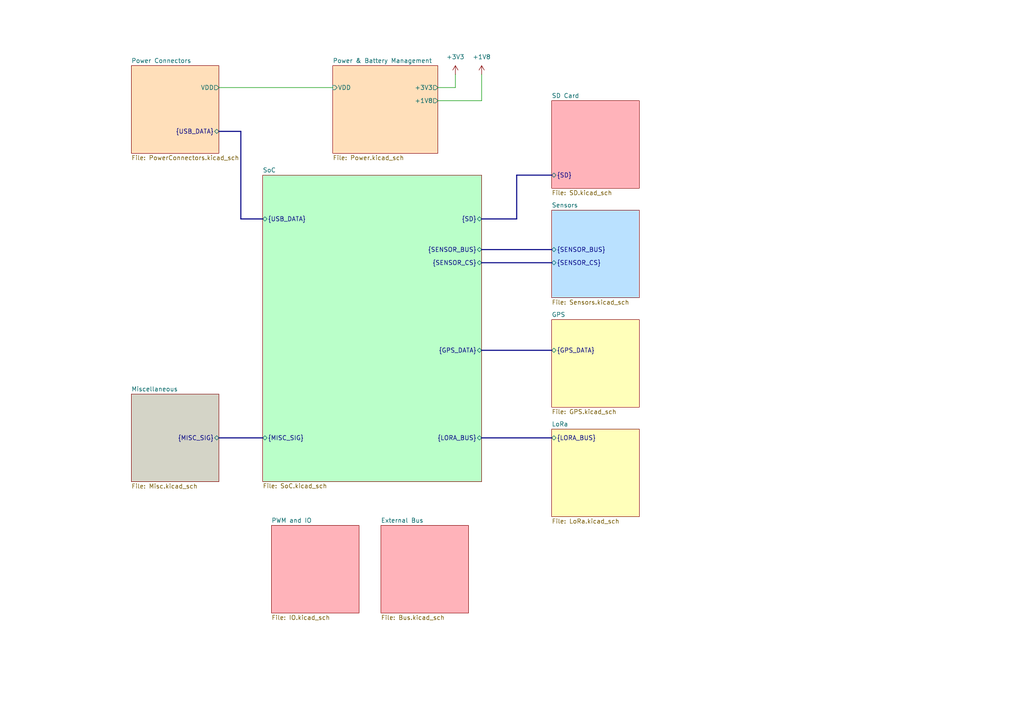
<source format=kicad_sch>
(kicad_sch (version 20250114) (generator "eeschema") (generator_version "9.0")
  (paper "A4")
  (title_block (title "${BOARD_NAME}") (date "${RELEASE_DATE}") (rev "${REVISION}") (company "${COMPANY}") (comment 1 "${VARIANT}"))
  (lib_symbols
    (symbol "power:+1V8" (power) (pin_numbers (hide yes)) (pin_names (offset 0) (hide yes))
      (property "Value" "+1V8" (at 0 3.556 0))
      (symbol "+1V8_0_1"
        (polyline (pts (xy -0.762 1.27) (xy 0 2.54)))
        (polyline (pts (xy 0 2.54) (xy 0.762 1.27)))
        (polyline (pts (xy 0 0) (xy 0 2.54)))
      )
      (symbol "+1V8_1_1"
        (pin power_in line (at 0 0 90) (length 0) (name "~") (number "1"))
      )
    )
    (symbol "power:+3V3" (power) (pin_numbers (hide yes)) (pin_names (offset 0) (hide yes))
      (property "Value" "+3V3" (at 0 3.556 0))
      (symbol "+3V3_0_1"
        (polyline (pts (xy -0.762 1.27) (xy 0 2.54)))
        (polyline (pts (xy 0 2.54) (xy 0.762 1.27)))
        (polyline (pts (xy 0 0) (xy 0 2.54)))
      )
      (symbol "+3V3_1_1"
        (pin power_in line (at 0 0 90) (length 0) (name "~") (number "1"))
      )
    )
  )
  (bus (pts (xy 139.7 72.39) (xy 160.02 72.39)))
  (bus (pts (xy 139.7 76.2) (xy 160.02 76.2)))
  (bus (pts (xy 149.86 50.8) (xy 160.02 50.8)))
  (wire (pts (xy 63.5 25.4) (xy 96.52 25.4)))
  (bus (pts (xy 69.85 63.5) (xy 69.85 38.1)))
  (wire (pts (xy 127 25.4) (xy 132.08 25.4)))
  (bus (pts (xy 139.7 127) (xy 160.02 127)))
  (bus (pts (xy 63.5 127) (xy 76.2 127)))
  (wire (pts (xy 127 29.21) (xy 139.7 29.21)))
  (bus (pts (xy 139.7 63.5) (xy 149.86 63.5)))
  (bus (pts (xy 76.2 63.5) (xy 69.85 63.5)))
  (bus (pts (xy 69.85 38.1) (xy 63.5 38.1)))
  (bus (pts (xy 149.86 63.5) (xy 149.86 50.8)))
  (bus (pts (xy 139.7 101.6) (xy 160.02 101.6)))
  (wire (pts (xy 139.7 21.59) (xy 139.7 29.21)))
  (wire (pts (xy 132.08 21.59) (xy 132.08 25.4)))
  (symbol (lib_id "power:+1V8") (at 139.7 21.59 0) (unit 1)
    (property "Reference" "#PWR026" (effects (hide yes)))
    (property "Value" "+1V8" (at 139.7 16.51 0))
    (property "Description" "Power symbol creates a global label with name \"+1V8\"" (effects (hide yes)))
  )
  (symbol (lib_id "power:+3V3") (at 132.08 21.59 0) (unit 1)
    (property "Reference" "#PWR08" (effects (hide yes)))
    (property "Value" "+3V3" (at 132.08 16.51 0))
    (property "Description" "Power symbol creates a global label with name \"+3V3\"" (effects (hide yes)))
  )
  (sheet (at 38.1 114.3) (size 25.4 25.4) (stroke (width 0.1524)) (fill (color 212 212 199 1.0000))
    (property "Sheetname" "Miscellaneous" (at 38.1 113.5884 0) (effects (justify left bottom)))
    (property "Sheetfile" "Misc.kicad_sch" (at 38.1 140.2846 0) (effects (justify left top)))
    (pin "{MISC_SIG}" bidirectional (at 63.5 127 0))
  )
  (sheet (at 110.49 152.4) (size 25.4 25.4) (stroke (width 0.1524)) (fill (color 255 179 186 1.0000))
    (property "Sheetname" "External Bus" (at 110.49 151.6884 0) (effects (justify left bottom)))
    (property "Sheetfile" "Bus.kicad_sch" (at 110.49 178.3846 0) (effects (justify left top)))
  )
  (sheet (at 160.02 92.71) (size 25.4 25.4) (stroke (width 0.1524)) (fill (color 255 255 186 1.0000))
    (property "Sheetname" "GPS" (at 160.02 91.9984 0) (effects (justify left bottom)))
    (property "Sheetfile" "GPS.kicad_sch" (at 160.02 118.6946 0) (effects (justify left top)))
    (pin "{GPS_DATA}" bidirectional (at 160.02 101.6 180))
  )
  (sheet (at 160.02 124.46) (size 25.4 25.4) (stroke (width 0.1524)) (fill (color 255 255 186 1.0000))
    (property "Sheetname" "LoRa" (at 160.02 123.7484 0) (effects (justify left bottom)))
    (property "Sheetfile" "LoRa.kicad_sch" (at 160.02 150.4446 0) (effects (justify left top)))
    (pin "{LORA_BUS}" bidirectional (at 160.02 127 180))
  )
  (sheet (at 160.02 29.21) (size 25.4 25.4) (stroke (width 0.1524)) (fill (color 255 179 186 1.0000))
    (property "Sheetname" "SD Card" (at 160.02 28.4984 0) (effects (justify left bottom)))
    (property "Sheetfile" "SD.kicad_sch" (at 160.02 55.1946 0) (effects (justify left top)))
    (pin "{SD}" bidirectional (at 160.02 50.8 180))
  )
  (sheet (at 38.1 19.05) (size 25.4 25.4) (stroke (width 0.1524)) (fill (color 255 223 186 1.0000))
    (property "Sheetname" "Power Connectors" (at 38.1 18.3384 0) (effects (justify left bottom)))
    (property "Sheetfile" "PowerConnectors.kicad_sch" (at 38.1 45.0346 0) (effects (justify left top)))
    (pin "{USB_DATA}" bidirectional (at 63.5 38.1 0))
    (pin "VDD" output (at 63.5 25.4 0))
  )
  (sheet (at 78.74 152.4) (size 25.4 25.4) (stroke (width 0.1524)) (fill (color 255 179 186 1.0000))
    (property "Sheetname" "PWM and IO" (at 78.74 151.6884 0) (effects (justify left bottom)))
    (property "Sheetfile" "IO.kicad_sch" (at 78.74 178.3846 0) (effects (justify left top)))
  )
  (sheet (at 76.2 50.8) (size 63.5 88.9) (stroke (width 0.1524)) (fill (color 186 255 201 1.0000))
    (property "Sheetname" "SoC" (at 76.2 50.0884 0) (effects (justify left bottom)))
    (property "Sheetfile" "SoC.kicad_sch" (at 76.2 140.208 0) (effects (justify left top)))
    (pin "{USB_DATA}" bidirectional (at 76.2 63.5 180))
    (pin "{MISC_SIG}" bidirectional (at 76.2 127 180))
    (pin "{SD}" bidirectional (at 139.7 63.5 0))
    (pin "{LORA_BUS}" bidirectional (at 139.7 127 0))
    (pin "{GPS_DATA}" bidirectional (at 139.7 101.6 0))
    (pin "{SENSOR_BUS}" bidirectional (at 139.7 72.39 0))
    (pin "{SENSOR_CS}" bidirectional (at 139.7 76.2 0))
  )
  (sheet (at 160.02 60.96) (size 25.4 25.4) (stroke (width 0.1524)) (fill (color 186 225 255 1.0000))
    (property "Sheetname" "Sensors" (at 160.02 60.2484 0) (effects (justify left bottom)))
    (property "Sheetfile" "Sensors.kicad_sch" (at 160.02 86.9446 0) (effects (justify left top)))
    (pin "{SENSOR_BUS}" bidirectional (at 160.02 72.39 180))
    (pin "{SENSOR_CS}" bidirectional (at 160.02 76.2 180))
  )
  (sheet (at 96.52 19.05) (size 30.48 25.4) (stroke (width 0.1524)) (fill (color 255 223 186 1.0000))
    (property "Sheetname" "Power & Battery Management" (at 96.52 18.3384 0) (effects (justify left bottom)))
    (property "Sheetfile" "Power.kicad_sch" (at 96.52 45.0346 0) (effects (justify left top)))
    (pin "VDD" input (at 96.52 25.4 180))
    (pin "+3V3" output (at 127 25.4 0))
    (pin "+1V8" output (at 127 29.21 0))
  )
)
</source>
